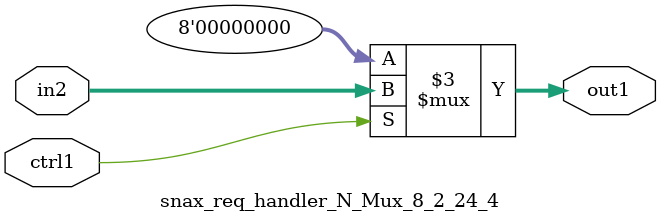
<source format=v>

`timescale 1ps / 1ps


module snax_req_handler_N_Mux_8_2_24_4( in2, ctrl1, out1 );

    input [7:0] in2;
    input ctrl1;
    output [7:0] out1;
    reg [7:0] out1;

    
    // rtl_process:snax_req_handler_N_Mux_8_2_24_4/snax_req_handler_N_Mux_8_2_24_4_thread_1
    always @*
      begin : snax_req_handler_N_Mux_8_2_24_4_thread_1
        case (ctrl1) 
          1'b1: 
            begin
              out1 = in2;
            end
          default: 
            begin
              out1 = 8'd000;
            end
        endcase
      end

endmodule



</source>
